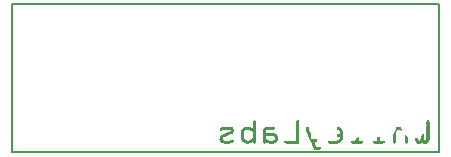
<source format=gbo>
G04 MADE WITH FRITZING*
G04 WWW.FRITZING.ORG*
G04 DOUBLE SIDED*
G04 HOLES PLATED*
G04 CONTOUR ON CENTER OF CONTOUR VECTOR*
%ASAXBY*%
%FSLAX23Y23*%
%MOIN*%
%OFA0B0*%
%SFA1.0B1.0*%
%ADD10R,1.432100X0.500106X1.416100X0.484106*%
%ADD11C,0.008000*%
%ADD12R,0.001000X0.001000*%
%LNSILK0*%
G90*
G70*
G54D11*
X4Y496D02*
X1428Y496D01*
X1428Y4D01*
X4Y4D01*
X4Y496D01*
D02*
G54D12*
X811Y109D02*
X815Y109D01*
X955Y109D02*
X959Y109D01*
X1389Y109D02*
X1393Y109D01*
X809Y108D02*
X816Y108D01*
X954Y108D02*
X961Y108D01*
X1388Y108D02*
X1394Y108D01*
X809Y107D02*
X817Y107D01*
X953Y107D02*
X961Y107D01*
X1387Y107D02*
X1395Y107D01*
X808Y106D02*
X817Y106D01*
X953Y106D02*
X962Y106D01*
X1387Y106D02*
X1395Y106D01*
X808Y105D02*
X817Y105D01*
X953Y105D02*
X962Y105D01*
X1386Y105D02*
X1395Y105D01*
X808Y104D02*
X817Y104D01*
X953Y104D02*
X962Y104D01*
X1386Y104D02*
X1396Y104D01*
X808Y103D02*
X817Y103D01*
X953Y103D02*
X962Y103D01*
X1386Y103D02*
X1396Y103D01*
X808Y102D02*
X817Y102D01*
X953Y102D02*
X962Y102D01*
X1386Y102D02*
X1396Y102D01*
X808Y101D02*
X817Y101D01*
X953Y101D02*
X962Y101D01*
X1386Y101D02*
X1396Y101D01*
X808Y100D02*
X817Y100D01*
X953Y100D02*
X962Y100D01*
X1386Y100D02*
X1396Y100D01*
X808Y99D02*
X817Y99D01*
X953Y99D02*
X962Y99D01*
X1386Y99D02*
X1396Y99D01*
X808Y98D02*
X817Y98D01*
X953Y98D02*
X962Y98D01*
X1386Y98D02*
X1396Y98D01*
X808Y97D02*
X817Y97D01*
X953Y97D02*
X962Y97D01*
X1386Y97D02*
X1396Y97D01*
X808Y96D02*
X817Y96D01*
X953Y96D02*
X962Y96D01*
X1386Y96D02*
X1396Y96D01*
X808Y95D02*
X817Y95D01*
X953Y95D02*
X962Y95D01*
X1386Y95D02*
X1396Y95D01*
X808Y94D02*
X817Y94D01*
X953Y94D02*
X962Y94D01*
X1386Y94D02*
X1396Y94D01*
X808Y93D02*
X817Y93D01*
X953Y93D02*
X962Y93D01*
X1387Y93D02*
X1396Y93D01*
X808Y92D02*
X817Y92D01*
X953Y92D02*
X962Y92D01*
X1387Y92D02*
X1396Y92D01*
X808Y91D02*
X817Y91D01*
X953Y91D02*
X962Y91D01*
X1387Y91D02*
X1396Y91D01*
X808Y90D02*
X817Y90D01*
X953Y90D02*
X962Y90D01*
X1387Y90D02*
X1396Y90D01*
X808Y89D02*
X817Y89D01*
X953Y89D02*
X962Y89D01*
X1386Y89D02*
X1396Y89D01*
X706Y88D02*
X735Y88D01*
X783Y88D02*
X798Y88D01*
X808Y88D02*
X817Y88D01*
X853Y88D02*
X877Y88D01*
X953Y88D02*
X962Y88D01*
X988Y88D02*
X992Y88D01*
X1087Y88D02*
X1092Y88D01*
X1286Y88D02*
X1300Y88D01*
X1386Y88D02*
X1396Y88D01*
X704Y87D02*
X737Y87D01*
X780Y87D02*
X800Y87D01*
X808Y87D02*
X817Y87D01*
X850Y87D02*
X878Y87D01*
X953Y87D02*
X962Y87D01*
X987Y87D02*
X993Y87D01*
X1087Y87D02*
X1095Y87D01*
X1286Y87D02*
X1301Y87D01*
X1386Y87D02*
X1396Y87D01*
X702Y86D02*
X739Y86D01*
X779Y86D02*
X802Y86D01*
X808Y86D02*
X817Y86D01*
X848Y86D02*
X879Y86D01*
X953Y86D02*
X962Y86D01*
X986Y86D02*
X994Y86D01*
X1087Y86D02*
X1096Y86D01*
X1286Y86D02*
X1301Y86D01*
X1386Y86D02*
X1396Y86D01*
X701Y85D02*
X740Y85D01*
X777Y85D02*
X804Y85D01*
X808Y85D02*
X817Y85D01*
X847Y85D02*
X879Y85D01*
X953Y85D02*
X962Y85D01*
X986Y85D02*
X994Y85D01*
X1087Y85D02*
X1098Y85D01*
X1286Y85D02*
X1301Y85D01*
X1386Y85D02*
X1396Y85D01*
X700Y84D02*
X741Y84D01*
X776Y84D02*
X805Y84D01*
X808Y84D02*
X817Y84D01*
X846Y84D02*
X879Y84D01*
X953Y84D02*
X962Y84D01*
X985Y84D02*
X994Y84D01*
X1087Y84D02*
X1099Y84D01*
X1286Y84D02*
X1301Y84D01*
X1386Y84D02*
X1396Y84D01*
X699Y83D02*
X742Y83D01*
X775Y83D02*
X806Y83D01*
X808Y83D02*
X817Y83D01*
X845Y83D02*
X879Y83D01*
X953Y83D02*
X962Y83D01*
X985Y83D02*
X994Y83D01*
X1087Y83D02*
X1100Y83D01*
X1286Y83D02*
X1302Y83D01*
X1386Y83D02*
X1396Y83D01*
X698Y82D02*
X742Y82D01*
X774Y82D02*
X817Y82D01*
X845Y82D02*
X879Y82D01*
X953Y82D02*
X962Y82D01*
X985Y82D02*
X994Y82D01*
X1087Y82D02*
X1101Y82D01*
X1285Y82D02*
X1302Y82D01*
X1386Y82D02*
X1396Y82D01*
X698Y81D02*
X743Y81D01*
X773Y81D02*
X817Y81D01*
X844Y81D02*
X879Y81D01*
X953Y81D02*
X962Y81D01*
X985Y81D02*
X994Y81D01*
X1087Y81D02*
X1102Y81D01*
X1285Y81D02*
X1302Y81D01*
X1386Y81D02*
X1396Y81D01*
X697Y80D02*
X743Y80D01*
X772Y80D02*
X817Y80D01*
X843Y80D02*
X878Y80D01*
X953Y80D02*
X962Y80D01*
X985Y80D02*
X994Y80D01*
X1087Y80D02*
X1103Y80D01*
X1285Y80D02*
X1303Y80D01*
X1386Y80D02*
X1396Y80D01*
X697Y79D02*
X743Y79D01*
X771Y79D02*
X817Y79D01*
X843Y79D02*
X877Y79D01*
X953Y79D02*
X962Y79D01*
X985Y79D02*
X994Y79D01*
X1087Y79D02*
X1103Y79D01*
X1284Y79D02*
X1303Y79D01*
X1386Y79D02*
X1396Y79D01*
X697Y78D02*
X708Y78D01*
X733Y78D02*
X744Y78D01*
X770Y78D02*
X784Y78D01*
X797Y78D02*
X817Y78D01*
X843Y78D02*
X853Y78D01*
X953Y78D02*
X962Y78D01*
X985Y78D02*
X994Y78D01*
X1091Y78D02*
X1103Y78D01*
X1284Y78D02*
X1288Y78D01*
X1299Y78D02*
X1303Y78D01*
X1386Y78D02*
X1396Y78D01*
X698Y77D02*
X706Y77D01*
X734Y77D02*
X744Y77D01*
X770Y77D02*
X782Y77D01*
X798Y77D02*
X817Y77D01*
X842Y77D02*
X852Y77D01*
X953Y77D02*
X962Y77D01*
X985Y77D02*
X994Y77D01*
X1092Y77D02*
X1104Y77D01*
X1284Y77D02*
X1286Y77D01*
X1300Y77D02*
X1304Y77D01*
X1386Y77D02*
X1396Y77D01*
X699Y76D02*
X705Y76D01*
X735Y76D02*
X744Y76D01*
X769Y76D02*
X781Y76D01*
X799Y76D02*
X817Y76D01*
X842Y76D02*
X852Y76D01*
X953Y76D02*
X962Y76D01*
X985Y76D02*
X995Y76D01*
X1094Y76D02*
X1104Y76D01*
X1283Y76D02*
X1286Y76D01*
X1302Y76D02*
X1304Y76D01*
X1386Y76D02*
X1396Y76D01*
X700Y75D02*
X703Y75D01*
X735Y75D02*
X744Y75D01*
X769Y75D02*
X780Y75D01*
X801Y75D02*
X817Y75D01*
X842Y75D02*
X852Y75D01*
X953Y75D02*
X962Y75D01*
X985Y75D02*
X995Y75D01*
X1095Y75D02*
X1105Y75D01*
X1283Y75D02*
X1285Y75D01*
X1303Y75D02*
X1305Y75D01*
X1386Y75D02*
X1396Y75D01*
X734Y74D02*
X744Y74D01*
X769Y74D02*
X779Y74D01*
X802Y74D02*
X817Y74D01*
X842Y74D02*
X851Y74D01*
X953Y74D02*
X962Y74D01*
X985Y74D02*
X995Y74D01*
X1096Y74D02*
X1105Y74D01*
X1282Y74D02*
X1285Y74D01*
X1305Y74D02*
X1305Y74D01*
X1386Y74D02*
X1396Y74D01*
X733Y73D02*
X743Y73D01*
X769Y73D02*
X778Y73D01*
X803Y73D02*
X817Y73D01*
X842Y73D02*
X851Y73D01*
X953Y73D02*
X962Y73D01*
X986Y73D02*
X996Y73D01*
X1097Y73D02*
X1106Y73D01*
X1282Y73D02*
X1285Y73D01*
X1306Y73D02*
X1306Y73D01*
X1386Y73D02*
X1396Y73D01*
X730Y72D02*
X743Y72D01*
X769Y72D02*
X778Y72D01*
X804Y72D02*
X817Y72D01*
X842Y72D02*
X851Y72D01*
X953Y72D02*
X962Y72D01*
X986Y72D02*
X996Y72D01*
X1097Y72D02*
X1106Y72D01*
X1281Y72D02*
X1285Y72D01*
X1386Y72D02*
X1396Y72D01*
X728Y71D02*
X743Y71D01*
X768Y71D02*
X778Y71D01*
X805Y71D02*
X817Y71D01*
X842Y71D02*
X851Y71D01*
X953Y71D02*
X962Y71D01*
X987Y71D02*
X997Y71D01*
X1097Y71D02*
X1106Y71D01*
X1280Y71D02*
X1285Y71D01*
X1386Y71D02*
X1396Y71D01*
X726Y70D02*
X742Y70D01*
X768Y70D02*
X777Y70D01*
X806Y70D02*
X817Y70D01*
X842Y70D02*
X851Y70D01*
X953Y70D02*
X962Y70D01*
X987Y70D02*
X997Y70D01*
X1097Y70D02*
X1106Y70D01*
X1280Y70D02*
X1285Y70D01*
X1386Y70D02*
X1396Y70D01*
X723Y69D02*
X742Y69D01*
X768Y69D02*
X777Y69D01*
X807Y69D02*
X817Y69D01*
X842Y69D02*
X851Y69D01*
X953Y69D02*
X962Y69D01*
X988Y69D02*
X998Y69D01*
X1097Y69D02*
X1106Y69D01*
X1279Y69D02*
X1285Y69D01*
X1386Y69D02*
X1396Y69D01*
X721Y68D02*
X741Y68D01*
X768Y68D02*
X777Y68D01*
X808Y68D02*
X817Y68D01*
X842Y68D02*
X851Y68D01*
X953Y68D02*
X962Y68D01*
X988Y68D02*
X998Y68D01*
X1097Y68D02*
X1106Y68D01*
X1278Y68D02*
X1285Y68D01*
X1386Y68D02*
X1396Y68D01*
X719Y67D02*
X740Y67D01*
X768Y67D02*
X777Y67D01*
X808Y67D02*
X817Y67D01*
X842Y67D02*
X851Y67D01*
X853Y67D02*
X878Y67D01*
X953Y67D02*
X962Y67D01*
X988Y67D02*
X998Y67D01*
X1097Y67D02*
X1106Y67D01*
X1278Y67D02*
X1285Y67D01*
X1386Y67D02*
X1396Y67D01*
X716Y66D02*
X739Y66D01*
X768Y66D02*
X777Y66D01*
X808Y66D02*
X817Y66D01*
X842Y66D02*
X881Y66D01*
X953Y66D02*
X962Y66D01*
X989Y66D02*
X999Y66D01*
X1097Y66D02*
X1106Y66D01*
X1277Y66D02*
X1285Y66D01*
X1386Y66D02*
X1396Y66D01*
X714Y65D02*
X738Y65D01*
X768Y65D02*
X777Y65D01*
X808Y65D02*
X817Y65D01*
X842Y65D02*
X883Y65D01*
X953Y65D02*
X962Y65D01*
X989Y65D02*
X999Y65D01*
X1097Y65D02*
X1106Y65D01*
X1276Y65D02*
X1285Y65D01*
X1376Y65D02*
X1376Y65D01*
X1386Y65D02*
X1396Y65D01*
X712Y64D02*
X736Y64D01*
X768Y64D02*
X777Y64D01*
X808Y64D02*
X817Y64D01*
X842Y64D02*
X884Y64D01*
X953Y64D02*
X962Y64D01*
X990Y64D02*
X1000Y64D01*
X1097Y64D02*
X1106Y64D01*
X1275Y64D02*
X1284Y64D01*
X1375Y64D02*
X1376Y64D01*
X1386Y64D02*
X1396Y64D01*
X709Y63D02*
X734Y63D01*
X768Y63D02*
X777Y63D01*
X808Y63D02*
X817Y63D01*
X842Y63D02*
X885Y63D01*
X953Y63D02*
X962Y63D01*
X990Y63D02*
X1000Y63D01*
X1087Y63D02*
X1106Y63D01*
X1275Y63D02*
X1284Y63D01*
X1374Y63D02*
X1376Y63D01*
X1386Y63D02*
X1396Y63D01*
X707Y62D02*
X731Y62D01*
X768Y62D02*
X777Y62D01*
X808Y62D02*
X817Y62D01*
X842Y62D02*
X886Y62D01*
X953Y62D02*
X962Y62D01*
X991Y62D02*
X1001Y62D01*
X1087Y62D02*
X1106Y62D01*
X1275Y62D02*
X1284Y62D01*
X1314Y62D02*
X1314Y62D01*
X1373Y62D02*
X1376Y62D01*
X1386Y62D02*
X1396Y62D01*
X705Y61D02*
X729Y61D01*
X768Y61D02*
X777Y61D01*
X808Y61D02*
X817Y61D01*
X842Y61D02*
X887Y61D01*
X953Y61D02*
X962Y61D01*
X991Y61D02*
X1001Y61D01*
X1087Y61D02*
X1106Y61D01*
X1275Y61D02*
X1284Y61D01*
X1314Y61D02*
X1315Y61D01*
X1372Y61D02*
X1376Y61D01*
X1386Y61D02*
X1396Y61D01*
X703Y60D02*
X727Y60D01*
X768Y60D02*
X777Y60D01*
X808Y60D02*
X817Y60D01*
X841Y60D02*
X887Y60D01*
X953Y60D02*
X962Y60D01*
X991Y60D02*
X1001Y60D01*
X1087Y60D02*
X1106Y60D01*
X1275Y60D02*
X1284Y60D01*
X1314Y60D02*
X1316Y60D01*
X1371Y60D02*
X1376Y60D01*
X1386Y60D02*
X1396Y60D01*
X702Y59D02*
X724Y59D01*
X768Y59D02*
X777Y59D01*
X808Y59D02*
X817Y59D01*
X841Y59D02*
X888Y59D01*
X953Y59D02*
X962Y59D01*
X992Y59D02*
X1001Y59D01*
X1087Y59D02*
X1106Y59D01*
X1275Y59D02*
X1284Y59D01*
X1314Y59D02*
X1317Y59D01*
X1370Y59D02*
X1376Y59D01*
X1386Y59D02*
X1396Y59D01*
X701Y58D02*
X722Y58D01*
X768Y58D02*
X777Y58D01*
X808Y58D02*
X817Y58D01*
X841Y58D02*
X888Y58D01*
X953Y58D02*
X962Y58D01*
X992Y58D02*
X1001Y58D01*
X1087Y58D02*
X1106Y58D01*
X1275Y58D02*
X1284Y58D01*
X1314Y58D02*
X1318Y58D01*
X1369Y58D02*
X1376Y58D01*
X1386Y58D02*
X1396Y58D01*
X700Y57D02*
X720Y57D01*
X768Y57D02*
X777Y57D01*
X808Y57D02*
X817Y57D01*
X841Y57D02*
X854Y57D01*
X877Y57D02*
X889Y57D01*
X953Y57D02*
X962Y57D01*
X993Y57D02*
X1001Y57D01*
X1087Y57D02*
X1106Y57D01*
X1275Y57D02*
X1284Y57D01*
X1314Y57D02*
X1320Y57D01*
X1367Y57D02*
X1376Y57D01*
X1386Y57D02*
X1396Y57D01*
X699Y56D02*
X717Y56D01*
X768Y56D02*
X777Y56D01*
X808Y56D02*
X817Y56D01*
X841Y56D02*
X852Y56D01*
X879Y56D02*
X889Y56D01*
X953Y56D02*
X962Y56D01*
X993Y56D02*
X1001Y56D01*
X1087Y56D02*
X1106Y56D01*
X1275Y56D02*
X1284Y56D01*
X1314Y56D02*
X1321Y56D01*
X1367Y56D02*
X1376Y56D01*
X1386Y56D02*
X1396Y56D01*
X698Y55D02*
X715Y55D01*
X768Y55D02*
X777Y55D01*
X808Y55D02*
X817Y55D01*
X841Y55D02*
X851Y55D01*
X880Y55D02*
X889Y55D01*
X953Y55D02*
X962Y55D01*
X994Y55D02*
X1001Y55D01*
X1087Y55D02*
X1106Y55D01*
X1222Y55D02*
X1223Y55D01*
X1275Y55D02*
X1284Y55D01*
X1314Y55D02*
X1323Y55D01*
X1367Y55D02*
X1376Y55D01*
X1386Y55D02*
X1396Y55D01*
X698Y54D02*
X713Y54D01*
X768Y54D02*
X777Y54D01*
X808Y54D02*
X817Y54D01*
X841Y54D02*
X851Y54D01*
X880Y54D02*
X889Y54D01*
X953Y54D02*
X962Y54D01*
X994Y54D02*
X1001Y54D01*
X1087Y54D02*
X1106Y54D01*
X1222Y54D02*
X1224Y54D01*
X1275Y54D02*
X1284Y54D01*
X1314Y54D02*
X1323Y54D01*
X1367Y54D02*
X1376Y54D01*
X1386Y54D02*
X1396Y54D01*
X697Y53D02*
X711Y53D01*
X768Y53D02*
X777Y53D01*
X808Y53D02*
X817Y53D01*
X841Y53D02*
X850Y53D01*
X880Y53D02*
X889Y53D01*
X953Y53D02*
X962Y53D01*
X995Y53D02*
X1001Y53D01*
X1097Y53D02*
X1106Y53D01*
X1222Y53D02*
X1226Y53D01*
X1275Y53D02*
X1284Y53D01*
X1314Y53D02*
X1323Y53D01*
X1367Y53D02*
X1376Y53D01*
X1386Y53D02*
X1396Y53D01*
X697Y52D02*
X708Y52D01*
X768Y52D02*
X777Y52D01*
X807Y52D02*
X817Y52D01*
X841Y52D02*
X850Y52D01*
X880Y52D02*
X889Y52D01*
X953Y52D02*
X962Y52D01*
X995Y52D02*
X1001Y52D01*
X1097Y52D02*
X1106Y52D01*
X1159Y52D02*
X1159Y52D01*
X1222Y52D02*
X1229Y52D01*
X1275Y52D02*
X1284Y52D01*
X1314Y52D02*
X1323Y52D01*
X1367Y52D02*
X1376Y52D01*
X1386Y52D02*
X1396Y52D01*
X697Y51D02*
X707Y51D01*
X768Y51D02*
X777Y51D01*
X807Y51D02*
X817Y51D01*
X841Y51D02*
X850Y51D01*
X880Y51D02*
X889Y51D01*
X953Y51D02*
X962Y51D01*
X995Y51D02*
X1001Y51D01*
X1097Y51D02*
X1106Y51D01*
X1156Y51D02*
X1159Y51D01*
X1222Y51D02*
X1231Y51D01*
X1275Y51D02*
X1284Y51D01*
X1314Y51D02*
X1323Y51D01*
X1356Y51D02*
X1356Y51D01*
X1367Y51D02*
X1376Y51D01*
X1386Y51D02*
X1396Y51D01*
X697Y50D02*
X706Y50D01*
X768Y50D02*
X777Y50D01*
X806Y50D02*
X817Y50D01*
X841Y50D02*
X850Y50D01*
X880Y50D02*
X889Y50D01*
X953Y50D02*
X962Y50D01*
X996Y50D02*
X1001Y50D01*
X1097Y50D02*
X1106Y50D01*
X1153Y50D02*
X1159Y50D01*
X1222Y50D02*
X1231Y50D01*
X1275Y50D02*
X1284Y50D01*
X1314Y50D02*
X1323Y50D01*
X1353Y50D02*
X1356Y50D01*
X1367Y50D02*
X1376Y50D01*
X1386Y50D02*
X1396Y50D01*
X697Y49D02*
X706Y49D01*
X768Y49D02*
X778Y49D01*
X805Y49D02*
X817Y49D01*
X841Y49D02*
X850Y49D01*
X880Y49D02*
X889Y49D01*
X953Y49D02*
X962Y49D01*
X996Y49D02*
X1001Y49D01*
X1097Y49D02*
X1106Y49D01*
X1150Y49D02*
X1159Y49D01*
X1222Y49D02*
X1231Y49D01*
X1275Y49D02*
X1284Y49D01*
X1314Y49D02*
X1323Y49D01*
X1347Y49D02*
X1356Y49D01*
X1367Y49D02*
X1376Y49D01*
X1386Y49D02*
X1396Y49D01*
X697Y48D02*
X706Y48D01*
X769Y48D02*
X778Y48D01*
X803Y48D02*
X817Y48D01*
X841Y48D02*
X851Y48D01*
X880Y48D02*
X889Y48D01*
X953Y48D02*
X962Y48D01*
X997Y48D02*
X1007Y48D01*
X1013Y48D02*
X1023Y48D01*
X1097Y48D02*
X1106Y48D01*
X1150Y48D02*
X1159Y48D01*
X1222Y48D02*
X1231Y48D01*
X1275Y48D02*
X1284Y48D01*
X1314Y48D02*
X1323Y48D01*
X1347Y48D02*
X1356Y48D01*
X1367Y48D02*
X1376Y48D01*
X1386Y48D02*
X1396Y48D01*
X696Y47D02*
X706Y47D01*
X769Y47D02*
X779Y47D01*
X802Y47D02*
X817Y47D01*
X841Y47D02*
X853Y47D01*
X880Y47D02*
X889Y47D01*
X953Y47D02*
X962Y47D01*
X997Y47D02*
X1007Y47D01*
X1012Y47D02*
X1022Y47D01*
X1096Y47D02*
X1106Y47D01*
X1150Y47D02*
X1159Y47D01*
X1222Y47D02*
X1231Y47D01*
X1275Y47D02*
X1284Y47D01*
X1314Y47D02*
X1323Y47D01*
X1347Y47D02*
X1356Y47D01*
X1367Y47D02*
X1376Y47D01*
X1386Y47D02*
X1396Y47D01*
X696Y46D02*
X706Y46D01*
X740Y46D02*
X741Y46D01*
X769Y46D02*
X780Y46D01*
X801Y46D02*
X817Y46D01*
X841Y46D02*
X854Y46D01*
X880Y46D02*
X889Y46D01*
X953Y46D02*
X962Y46D01*
X998Y46D02*
X1022Y46D01*
X1095Y46D02*
X1106Y46D01*
X1150Y46D02*
X1159Y46D01*
X1222Y46D02*
X1231Y46D01*
X1275Y46D02*
X1284Y46D01*
X1314Y46D02*
X1323Y46D01*
X1347Y46D02*
X1356Y46D01*
X1366Y46D02*
X1376Y46D01*
X1386Y46D02*
X1396Y46D01*
X696Y45D02*
X706Y45D01*
X738Y45D02*
X743Y45D01*
X769Y45D02*
X781Y45D01*
X800Y45D02*
X817Y45D01*
X841Y45D02*
X856Y45D01*
X880Y45D02*
X889Y45D01*
X953Y45D02*
X962Y45D01*
X998Y45D02*
X1021Y45D01*
X1094Y45D02*
X1106Y45D01*
X1150Y45D02*
X1159Y45D01*
X1222Y45D02*
X1231Y45D01*
X1275Y45D02*
X1284Y45D01*
X1314Y45D02*
X1323Y45D01*
X1347Y45D02*
X1357Y45D01*
X1365Y45D02*
X1377Y45D01*
X1385Y45D02*
X1396Y45D01*
X697Y44D02*
X707Y44D01*
X736Y44D02*
X744Y44D01*
X770Y44D02*
X782Y44D01*
X799Y44D02*
X817Y44D01*
X841Y44D02*
X858Y44D01*
X879Y44D02*
X889Y44D01*
X953Y44D02*
X962Y44D01*
X998Y44D02*
X1021Y44D01*
X1093Y44D02*
X1105Y44D01*
X1150Y44D02*
X1159Y44D01*
X1222Y44D02*
X1231Y44D01*
X1275Y44D02*
X1284Y44D01*
X1314Y44D02*
X1323Y44D01*
X1347Y44D02*
X1357Y44D01*
X1365Y44D02*
X1377Y44D01*
X1385Y44D02*
X1395Y44D01*
X697Y43D02*
X708Y43D01*
X735Y43D02*
X745Y43D01*
X770Y43D02*
X783Y43D01*
X798Y43D02*
X817Y43D01*
X841Y43D02*
X859Y43D01*
X878Y43D02*
X889Y43D01*
X953Y43D02*
X962Y43D01*
X999Y43D02*
X1020Y43D01*
X1092Y43D02*
X1105Y43D01*
X1150Y43D02*
X1159Y43D01*
X1222Y43D02*
X1231Y43D01*
X1275Y43D02*
X1284Y43D01*
X1314Y43D02*
X1323Y43D01*
X1347Y43D02*
X1358Y43D01*
X1364Y43D02*
X1378Y43D01*
X1384Y43D02*
X1395Y43D01*
X697Y42D02*
X710Y42D01*
X732Y42D02*
X745Y42D01*
X771Y42D02*
X786Y42D01*
X795Y42D02*
X817Y42D01*
X841Y42D02*
X861Y42D01*
X876Y42D02*
X889Y42D01*
X952Y42D02*
X962Y42D01*
X999Y42D02*
X1020Y42D01*
X1089Y42D02*
X1104Y42D01*
X1149Y42D02*
X1159Y42D01*
X1222Y42D02*
X1231Y42D01*
X1275Y42D02*
X1284Y42D01*
X1314Y42D02*
X1323Y42D01*
X1348Y42D02*
X1359Y42D01*
X1364Y42D02*
X1379Y42D01*
X1383Y42D02*
X1394Y42D01*
X698Y41D02*
X745Y41D01*
X772Y41D02*
X817Y41D01*
X841Y41D02*
X888Y41D01*
X915Y41D02*
X962Y41D01*
X1000Y41D02*
X1020Y41D01*
X1060Y41D02*
X1103Y41D01*
X1137Y41D02*
X1171Y41D01*
X1209Y41D02*
X1244Y41D01*
X1275Y41D02*
X1284Y41D01*
X1314Y41D02*
X1323Y41D01*
X1349Y41D02*
X1394Y41D01*
X698Y40D02*
X745Y40D01*
X772Y40D02*
X817Y40D01*
X841Y40D02*
X888Y40D01*
X914Y40D02*
X962Y40D01*
X1000Y40D02*
X1019Y40D01*
X1059Y40D02*
X1103Y40D01*
X1136Y40D02*
X1173Y40D01*
X1208Y40D02*
X1245Y40D01*
X1275Y40D02*
X1284Y40D01*
X1314Y40D02*
X1323Y40D01*
X1349Y40D02*
X1393Y40D01*
X699Y39D02*
X744Y39D01*
X773Y39D02*
X817Y39D01*
X841Y39D02*
X887Y39D01*
X913Y39D02*
X962Y39D01*
X1001Y39D02*
X1019Y39D01*
X1058Y39D02*
X1102Y39D01*
X1135Y39D02*
X1173Y39D01*
X1208Y39D02*
X1246Y39D01*
X1275Y39D02*
X1284Y39D01*
X1314Y39D02*
X1323Y39D01*
X1350Y39D02*
X1393Y39D01*
X699Y38D02*
X744Y38D01*
X774Y38D02*
X817Y38D01*
X841Y38D02*
X887Y38D01*
X913Y38D02*
X962Y38D01*
X1001Y38D02*
X1018Y38D01*
X1058Y38D02*
X1101Y38D01*
X1135Y38D02*
X1174Y38D01*
X1207Y38D02*
X1246Y38D01*
X1275Y38D02*
X1284Y38D01*
X1314Y38D02*
X1323Y38D01*
X1350Y38D02*
X1392Y38D01*
X700Y37D02*
X743Y37D01*
X776Y37D02*
X805Y37D01*
X808Y37D02*
X817Y37D01*
X841Y37D02*
X886Y37D01*
X913Y37D02*
X962Y37D01*
X1002Y37D02*
X1017Y37D01*
X1058Y37D02*
X1099Y37D01*
X1135Y37D02*
X1174Y37D01*
X1207Y37D02*
X1246Y37D01*
X1275Y37D02*
X1284Y37D01*
X1314Y37D02*
X1323Y37D01*
X1351Y37D02*
X1391Y37D01*
X701Y36D02*
X741Y36D01*
X777Y36D02*
X804Y36D01*
X808Y36D02*
X817Y36D01*
X841Y36D02*
X850Y36D01*
X852Y36D02*
X885Y36D01*
X913Y36D02*
X962Y36D01*
X1002Y36D02*
X1013Y36D01*
X1058Y36D02*
X1098Y36D01*
X1135Y36D02*
X1174Y36D01*
X1207Y36D02*
X1246Y36D01*
X1275Y36D02*
X1283Y36D01*
X1314Y36D02*
X1323Y36D01*
X1351Y36D02*
X1391Y36D01*
X702Y35D02*
X740Y35D01*
X778Y35D02*
X803Y35D01*
X809Y35D02*
X817Y35D01*
X841Y35D02*
X849Y35D01*
X854Y35D02*
X884Y35D01*
X913Y35D02*
X962Y35D01*
X1002Y35D02*
X1013Y35D01*
X1058Y35D02*
X1097Y35D01*
X1135Y35D02*
X1173Y35D01*
X1208Y35D02*
X1246Y35D01*
X1275Y35D02*
X1283Y35D01*
X1315Y35D02*
X1323Y35D01*
X1352Y35D02*
X1390Y35D01*
X704Y34D02*
X738Y34D01*
X779Y34D02*
X801Y34D01*
X809Y34D02*
X816Y34D01*
X842Y34D02*
X849Y34D01*
X856Y34D02*
X882Y34D01*
X914Y34D02*
X962Y34D01*
X1003Y34D02*
X1013Y34D01*
X1059Y34D02*
X1095Y34D01*
X1136Y34D02*
X1173Y34D01*
X1208Y34D02*
X1245Y34D01*
X1276Y34D02*
X1283Y34D01*
X1315Y34D02*
X1322Y34D01*
X1353Y34D02*
X1370Y34D01*
X1373Y34D02*
X1390Y34D01*
X706Y33D02*
X736Y33D01*
X781Y33D02*
X799Y33D01*
X810Y33D02*
X815Y33D01*
X843Y33D02*
X848Y33D01*
X857Y33D02*
X880Y33D01*
X915Y33D02*
X962Y33D01*
X1003Y33D02*
X1013Y33D01*
X1060Y33D02*
X1093Y33D01*
X1137Y33D02*
X1172Y33D01*
X1209Y33D02*
X1244Y33D01*
X1276Y33D02*
X1282Y33D01*
X1316Y33D02*
X1321Y33D01*
X1354Y33D02*
X1369Y33D01*
X1374Y33D02*
X1389Y33D01*
X710Y32D02*
X731Y32D01*
X785Y32D02*
X795Y32D01*
X812Y32D02*
X813Y32D01*
X845Y32D02*
X846Y32D01*
X860Y32D02*
X876Y32D01*
X917Y32D02*
X961Y32D01*
X1004Y32D02*
X1014Y32D01*
X1062Y32D02*
X1090Y32D01*
X1139Y32D02*
X1169Y32D01*
X1212Y32D02*
X1242Y32D01*
X1279Y32D02*
X1279Y32D01*
X1319Y32D02*
X1319Y32D01*
X1356Y32D02*
X1367Y32D01*
X1376Y32D02*
X1387Y32D01*
X1004Y31D02*
X1014Y31D01*
X1005Y30D02*
X1015Y30D01*
X1005Y29D02*
X1015Y29D01*
X1005Y28D02*
X1016Y28D01*
X1006Y27D02*
X1016Y27D01*
X1006Y26D02*
X1016Y26D01*
X1007Y25D02*
X1017Y25D01*
X1007Y24D02*
X1017Y24D01*
X1008Y23D02*
X1018Y23D01*
X1008Y22D02*
X1018Y22D01*
X1009Y21D02*
X1019Y21D01*
X1009Y20D02*
X1032Y20D01*
X1009Y19D02*
X1033Y19D01*
X1010Y18D02*
X1033Y18D01*
X1010Y17D02*
X1034Y17D01*
X1011Y16D02*
X1034Y16D01*
X1011Y15D02*
X1034Y15D01*
X1012Y14D02*
X1034Y14D01*
X1012Y13D02*
X1033Y13D01*
X1013Y12D02*
X1032Y12D01*
X1015Y11D02*
X1031Y11D01*
D02*
G04 End of Silk0*
M02*
</source>
